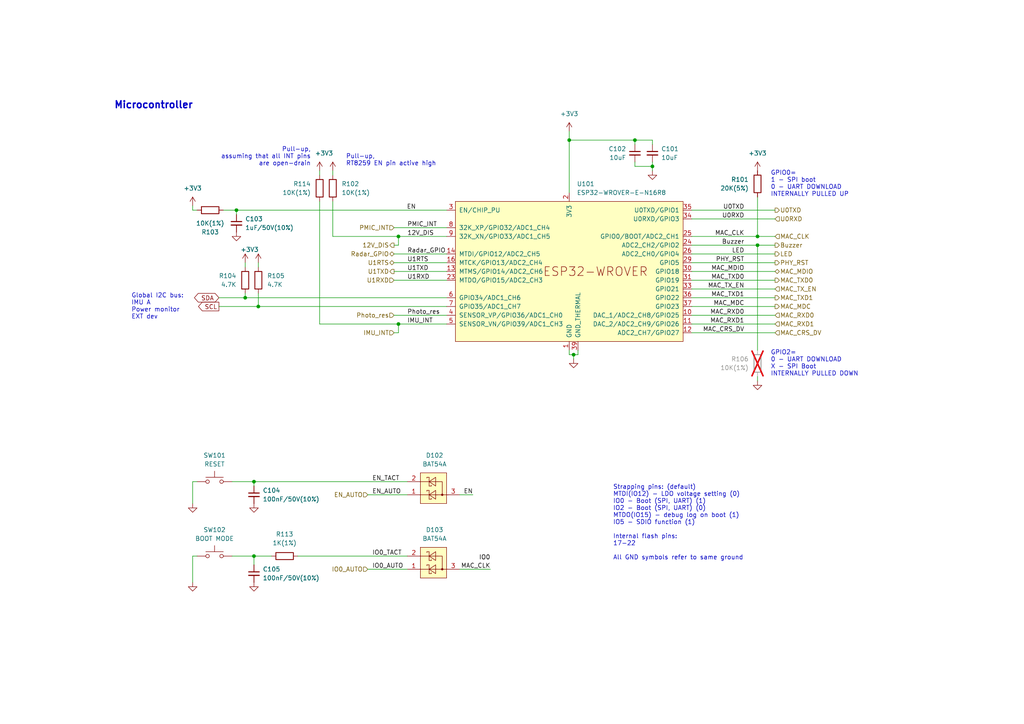
<source format=kicad_sch>
(kicad_sch (version 20230121) (generator eeschema)
  (paper "A4")
  (title_block (title "Radar Safety Sensor") (date "2023-12-20") (rev "Rev.: 1.0") (company "ALPS Electric Czech, s.r.o.") (comment 1 "Designed by Martin Tavoda"))
  (lib_symbols
    (symbol "Device:C_Small" (pin_numbers hide) (pin_names (offset 0.254) hide)
      (property "Reference" "C" (at 0.254 1.778 0))
      (property "Value" "C_Small" (at 0.254 -2.032 0))
      (symbol "C_Small_0_1"
        (polyline (pts (xy -1.524 -0.508) (xy 1.524 -0.508)) (stroke (width 0.3302)))
        (polyline (pts (xy -1.524 0.508) (xy 1.524 0.508)) (stroke (width 0.3048)))
      )
      (symbol "C_Small_1_1"
        (pin passive line (at 0 2.54 270) (length 2.032) (name "~") (number "1"))
        (pin passive line (at 0 -2.54 90) (length 2.032) (name "~") (number "2"))
      )
    )
    (symbol "Device:R" (pin_numbers hide) (pin_names (offset 0))
      (property "Reference" "R" (at 2.032 0 90))
      (property "Value" "R" (at 0 0 90))
      (symbol "R_0_1"
        (rectangle (start -1.016 -2.54) (end 1.016 2.54) (stroke (width 0.254)))
      )
      (symbol "R_1_1"
        (pin passive line (at 0 3.81 270) (length 1.27) (name "~") (number "1"))
        (pin passive line (at 0 -3.81 90) (length 1.27) (name "~") (number "2"))
      )
    )
    (symbol "Diode:BAT54A_edited" (pin_names (offset 1.016))
      (property "Reference" "D101" (at 0 7.62 0))
      (property "Value" "BAT54A_edited" (at 0 5.08 0))
      (symbol "BAT54A_edited_0_1"
        (polyline (pts (xy -3.81 -2.54) (xy -1.27 -2.54)))
        (polyline (pts (xy -3.81 1.27) (xy -1.27 1.27)))
        (polyline (pts (xy -1.905 -1.27) (xy -1.905 -1.524)))
        (polyline (pts (xy -1.905 2.54) (xy -1.905 2.286)))
        (polyline (pts (xy -1.27 -3.81) (xy -1.27 -1.27)))
        (polyline (pts (xy -1.27 -3.81) (xy -0.635 -3.81)))
        (polyline (pts (xy -1.27 -2.54) (xy 1.27 -2.54)))
        (polyline (pts (xy -1.27 -1.27) (xy -1.905 -1.27)))
        (polyline (pts (xy -1.27 0) (xy -1.27 2.54)))
        (polyline (pts (xy -1.27 0) (xy -0.635 0)))
        (polyline (pts (xy -1.27 2.54) (xy -1.905 2.54)))
        (polyline (pts (xy -0.635 -3.81) (xy -0.635 -3.556)))
        (polyline (pts (xy -0.635 0) (xy -0.635 0.254)))
        (polyline (pts (xy 0.635 -2.54) (xy 4.445 -2.54)))
        (polyline (pts (xy 1.27 1.27) (xy -1.27 1.27)))
        (polyline (pts (xy 0.635 -1.27) (xy 0.635 -3.81) (xy -1.27 -2.54) (xy 0.635 -1.27)))
        (polyline (pts (xy 0.635 2.54) (xy 0.635 0) (xy -1.27 1.27) (xy 0.635 2.54)))
        (circle (center 2.54 -2.54) (radius 0.254) (fill (type outline)))
      )
      (symbol "BAT54A_edited_1_1"
        (rectangle (start -3.81 3.81) (end 3.81 -5.08) (fill (type background)))
        (polyline (pts (xy 1.27 1.27) (xy 2.54 1.27) (xy 2.54 -2.54)))
        (pin passive line (at -7.62 -2.54 0) (length 3.81) (name "~") (number "1"))
        (pin passive line (at -7.62 1.27 0) (length 3.81) (name "~") (number "2"))
        (pin passive line (at 7.62 -2.54 180) (length 3.81) (name "~") (number "3"))
      )
    )
    (symbol "EspressIf:ESP32-WROVER-E" (pin_names (offset 1.016))
      (property "Reference" "U" (at -30.48 25.4 0))
      (property "Value" "ESP32-WROVER-E" (at -30.48 22.86 0))
      (symbol "ESP32-WROVER-E_0_1"
        (rectangle (start -33.02 20.32) (end 33.02 -20.32) (fill (type background)))
      )
      (symbol "ESP32-WROVER-E_1_1"
        (text "ESP32-­WROVER" (at 7.62 0 0) (effects (font (size 2.54 2.54))))
        (pin power_in line (at 0 -22.86 90) (length 2.54) (name "GND") (number "1"))
        (pin bidirectional line (at 35.56 -12.7 180) (length 2.54) (name "DAC_1/ADC2_CH8/GPIO25") (number "10"))
        (pin bidirectional line (at 35.56 -15.24 180) (length 2.54) (name "DAC_2/ADC2_CH9/GPIO26") (number "11"))
        (pin bidirectional line (at 35.56 -17.78 180) (length 2.54) (name "ADC2_CH7/GPIO27") (number "12"))
        (pin bidirectional line (at -35.56 0 0) (length 2.54) (name "MTMS/GPIO14/ADC2_CH6") (number "13"))
        (pin bidirectional line (at -35.56 5.08 0) (length 2.54) (name "MTDI/GPIO12/ADC2_CH5") (number "14"))
        (pin passive line (at 0 -22.86 90) (length 2.54) hide (name "GND") (number "15"))
        (pin bidirectional line (at -35.56 2.54 0) (length 2.54) (name "MTCK/GPIO13/ADC2_CH4") (number "16"))
        (pin power_in line (at 0 22.86 270) (length 2.54) (name "3V3") (number "2"))
        (pin bidirectional line (at -35.56 -2.54 0) (length 2.54) (name "MTDO/GPIO15/ADC2_CH3") (number "23"))
        (pin bidirectional line (at 35.56 7.62 180) (length 2.54) (name "ADC2_CH2/GPIO2") (number "24"))
        (pin bidirectional line (at 35.56 10.16 180) (length 2.54) (name "GPIO0/BOOT/ADC2_CH1") (number "25"))
        (pin bidirectional line (at 35.56 5.08 180) (length 2.54) (name "ADC2_CH0/GPIO4") (number "26"))
        (pin bidirectional line (at 35.56 2.54 180) (length 2.54) (name "GPIO5") (number "29"))
        (pin input line (at -35.56 17.78 0) (length 2.54) (name "EN/CHIP_PU") (number "3"))
        (pin bidirectional line (at 35.56 0 180) (length 2.54) (name "GPIO18") (number "30"))
        (pin bidirectional line (at 35.56 -2.54 180) (length 2.54) (name "GPIO19") (number "31"))
        (pin bidirectional line (at 35.56 -5.08 180) (length 2.54) (name "GPIO21") (number "33"))
        (pin bidirectional line (at 35.56 15.24 180) (length 2.54) (name "U0RXD/GPIO3") (number "34"))
        (pin bidirectional line (at 35.56 17.78 180) (length 2.54) (name "U0TXD/GPIO1") (number "35"))
        (pin bidirectional line (at 35.56 -7.62 180) (length 2.54) (name "GPIO22") (number "36"))
        (pin bidirectional line (at 35.56 -10.16 180) (length 2.54) (name "GPIO23") (number "37"))
        (pin passive line (at 0 -22.86 90) (length 2.54) hide (name "GND") (number "38"))
        (pin power_in line (at 2.54 -22.86 90) (length 2.54) (name "GND_THERMAL") (number "39"))
        (pin input line (at -35.56 -12.7 0) (length 2.54) (name "SENSOR_VP/GPIO36/ADC1_CH0") (number "4"))
        (pin input line (at -35.56 -15.24 0) (length 2.54) (name "SENSOR_VN/GPIO39/ADC1_CH3") (number "5"))
        (pin input line (at -35.56 -7.62 0) (length 2.54) (name "GPIO34/ADC1_CH6") (number "6"))
        (pin input line (at -35.56 -10.16 0) (length 2.54) (name "GPIO35/ADC1_CH7") (number "7"))
        (pin bidirectional line (at -35.56 12.7 0) (length 2.54) (name "32K_XP/GPIO32/ADC1_CH4") (number "8"))
        (pin bidirectional line (at -35.56 10.16 0) (length 2.54) (name "32K_XN/GPIO33/ADC1_CH5") (number "9"))
      )
    )
    (symbol "Switch:SW_Push" (pin_numbers hide) (pin_names (offset 1.016) hide)
      (property "Reference" "SW" (at 1.27 2.54 0))
      (property "Value" "SW_Push" (at 0 -1.524 0))
      (symbol "SW_Push_0_1"
        (circle (center -2.032 0) (radius 0.508))
        (polyline (pts (xy 0 1.27) (xy 0 3.048)))
        (polyline (pts (xy 2.54 1.27) (xy -2.54 1.27)))
        (circle (center 2.032 0) (radius 0.508))
        (pin passive line (at -5.08 0 0) (length 2.54) (name "1") (number "1"))
        (pin passive line (at 5.08 0 180) (length 2.54) (name "2") (number "2"))
      )
    )
    (symbol "power:+3V3" (power) (pin_names (offset 0))
      (property "Value" "+3V3" (at 0 3.556 0))
      (symbol "+3V3_0_1"
        (polyline (pts (xy -0.762 1.27) (xy 0 2.54)))
        (polyline (pts (xy 0 0) (xy 0 2.54)))
        (polyline (pts (xy 0 2.54) (xy 0.762 1.27)))
      )
      (symbol "+3V3_1_1"
        (pin power_in line (at 0 0 90) (length 0) hide (name "+3V3") (number "1"))
      )
    )
    (symbol "power:GND" (power) (pin_names (offset 0))
      (property "Value" "GND" (at 0 -3.81 0))
      (symbol "GND_0_1"
        (polyline (pts (xy 0 0) (xy 0 -1.27) (xy 1.27 -1.27) (xy 0 -2.54) (xy -1.27 -1.27) (xy 0 -1.27)))
      )
      (symbol "GND_1_1"
        (pin power_in line (at 0 0 270) (length 0) hide (name "GND") (number "1"))
      )
    )
  )
  (junction (at 165.1 40.64))
  (junction (at 115.57 68.58))
  (junction (at 73.66 161.29))
  (junction (at 166.37 102.87))
  (junction (at 219.71 68.58))
  (junction (at 115.57 93.98))
  (junction (at 68.58 60.96))
  (junction (at 219.71 71.12))
  (junction (at 189.23 48.26))
  (junction (at 71.12 86.36))
  (junction (at 74.93 88.9))
  (junction (at 73.66 139.7))
  (junction (at 184.15 40.64))
  (wire (pts (xy 63.5 88.9) (xy 74.93 88.9)))
  (wire (pts (xy 114.3 81.28) (xy 129.54 81.28)))
  (wire (pts (xy 219.71 110.49) (xy 219.71 109.22)))
  (wire (pts (xy 55.88 139.7) (xy 55.88 146.05)))
  (wire (pts (xy 200.66 91.44) (xy 224.79 91.44)))
  (wire (pts (xy 184.15 40.64) (xy 189.23 40.64)))
  (wire (pts (xy 114.3 66.04) (xy 129.54 66.04)))
  (wire (pts (xy 115.57 71.12) (xy 115.57 68.58)))
  (wire (pts (xy 114.3 73.66) (xy 129.54 73.66)))
  (wire (pts (xy 165.1 101.6) (xy 165.1 102.87)))
  (wire (pts (xy 96.52 49.53) (xy 96.52 50.8)))
  (wire (pts (xy 106.68 165.1) (xy 118.11 165.1)))
  (wire (pts (xy 55.88 161.29) (xy 57.15 161.29)))
  (wire (pts (xy 200.66 63.5) (xy 224.79 63.5)))
  (wire (pts (xy 184.15 40.64) (xy 165.1 40.64)))
  (wire (pts (xy 114.3 96.52) (xy 115.57 96.52)))
  (wire (pts (xy 55.88 161.29) (xy 55.88 168.91)))
  (wire (pts (xy 78.74 161.29) (xy 73.66 161.29)))
  (wire (pts (xy 219.71 71.12) (xy 224.79 71.12)))
  (wire (pts (xy 165.1 102.87) (xy 166.37 102.87)))
  (wire (pts (xy 189.23 46.99) (xy 189.23 48.26)))
  (wire (pts (xy 189.23 41.91) (xy 189.23 40.64)))
  (wire (pts (xy 114.3 78.74) (xy 129.54 78.74)))
  (wire (pts (xy 200.66 73.66) (xy 224.79 73.66)))
  (wire (pts (xy 184.15 40.64) (xy 184.15 41.91)))
  (wire (pts (xy 219.71 57.15) (xy 219.71 68.58)))
  (wire (pts (xy 63.5 86.36) (xy 71.12 86.36)))
  (wire (pts (xy 200.66 76.2) (xy 224.79 76.2)))
  (wire (pts (xy 68.58 62.23) (xy 68.58 60.96)))
  (wire (pts (xy 71.12 76.2) (xy 71.12 77.47)))
  (wire (pts (xy 200.66 68.58) (xy 219.71 68.58)))
  (wire (pts (xy 73.66 139.7) (xy 118.11 139.7)))
  (wire (pts (xy 68.58 60.96) (xy 129.54 60.96)))
  (wire (pts (xy 71.12 85.09) (xy 71.12 86.36)))
  (wire (pts (xy 189.23 48.26) (xy 189.23 49.53)))
  (wire (pts (xy 219.71 68.58) (xy 224.79 68.58)))
  (wire (pts (xy 200.66 86.36) (xy 224.79 86.36)))
  (wire (pts (xy 71.12 86.36) (xy 129.54 86.36)))
  (wire (pts (xy 114.3 76.2) (xy 129.54 76.2)))
  (wire (pts (xy 92.71 93.98) (xy 115.57 93.98)))
  (wire (pts (xy 142.24 165.1) (xy 133.35 165.1)))
  (wire (pts (xy 167.64 101.6) (xy 167.64 102.87)))
  (wire (pts (xy 219.71 71.12) (xy 219.71 101.6)))
  (wire (pts (xy 114.3 71.12) (xy 115.57 71.12)))
  (wire (pts (xy 67.31 161.29) (xy 73.66 161.29)))
  (wire (pts (xy 167.64 102.87) (xy 166.37 102.87)))
  (wire (pts (xy 74.93 88.9) (xy 129.54 88.9)))
  (wire (pts (xy 74.93 85.09) (xy 74.93 88.9)))
  (wire (pts (xy 165.1 40.64) (xy 165.1 55.88)))
  (wire (pts (xy 166.37 102.87) (xy 166.37 104.14)))
  (wire (pts (xy 184.15 46.99) (xy 184.15 48.26)))
  (wire (pts (xy 92.71 58.42) (xy 92.71 93.98)))
  (wire (pts (xy 96.52 68.58) (xy 115.57 68.58)))
  (wire (pts (xy 115.57 68.58) (xy 129.54 68.58)))
  (wire (pts (xy 200.66 71.12) (xy 219.71 71.12)))
  (wire (pts (xy 133.35 143.51) (xy 137.16 143.51)))
  (wire (pts (xy 115.57 96.52) (xy 115.57 93.98)))
  (wire (pts (xy 86.36 161.29) (xy 118.11 161.29)))
  (wire (pts (xy 200.66 78.74) (xy 224.79 78.74)))
  (wire (pts (xy 57.15 139.7) (xy 55.88 139.7)))
  (wire (pts (xy 115.57 93.98) (xy 129.54 93.98)))
  (wire (pts (xy 200.66 81.28) (xy 224.79 81.28)))
  (wire (pts (xy 67.31 139.7) (xy 73.66 139.7)))
  (wire (pts (xy 57.15 60.96) (xy 55.88 60.96)))
  (wire (pts (xy 200.66 83.82) (xy 224.79 83.82)))
  (wire (pts (xy 106.68 143.51) (xy 118.11 143.51)))
  (wire (pts (xy 73.66 139.7) (xy 73.66 140.97)))
  (wire (pts (xy 184.15 48.26) (xy 189.23 48.26)))
  (wire (pts (xy 165.1 38.1) (xy 165.1 40.64)))
  (wire (pts (xy 200.66 96.52) (xy 224.79 96.52)))
  (wire (pts (xy 74.93 76.2) (xy 74.93 77.47)))
  (wire (pts (xy 114.3 91.44) (xy 129.54 91.44)))
  (wire (pts (xy 92.71 49.53) (xy 92.71 50.8)))
  (wire (pts (xy 55.88 59.69) (xy 55.88 60.96)))
  (wire (pts (xy 64.77 60.96) (xy 68.58 60.96)))
  (wire (pts (xy 73.66 161.29) (xy 73.66 163.83)))
  (wire (pts (xy 200.66 93.98) (xy 224.79 93.98)))
  (wire (pts (xy 96.52 58.42) (xy 96.52 68.58)))
  (wire (pts (xy 200.66 88.9) (xy 224.79 88.9)))
  (wire (pts (xy 200.66 60.96) (xy 224.79 60.96)))
  (text "GPIO2=\n0 - UART DOWNLOAD\nX - SPI Boot\nINTERNALLY PULLED DOWN\n" (at 223.52 109.22 0) (effects (font (size 1.27 1.27)) (justify left bottom)))
  (text "Microcontroller" (at 33.02 31.75 0) (effects (font (size 2 2) (thickness 0.4) bold) (justify left bottom)))
  (text "Pull-up,\nRT8259 EN pin active high" (at 100.33 48.26 0) (effects (font (size 1.27 1.27)) (justify left bottom)))
  (text "GPIO0=\n1 - SPI boot\n0 - UART DOWNLOAD\nINTERNALLY PULLED UP" (at 223.52 57.15 0) (effects (font (size 1.27 1.27)) (justify left bottom)))
  (text "Global I2C bus:\nIMU A\nPower monitor\nEXT dev" (at 38.1 92.71 0) (effects (font (size 1.27 1.27)) (justify left bottom)))
  (text "IO0" (at 142.24 162.56 0) (effects (font (size 1.27 1.27)) (justify right bottom)))
  (text "Strapping pins: (default)\nMTDI(IO12) - LDO voltage setting (0)\nIO0 - Boot (SPI, UART) (1)\nIO2 - Boot (SPI, UART) (0)\nMTDO(IO15) - debug log on boot (1)\nIO5 - SDIO function (1)\n\nInternal flash pins:\n17-22\n\nAll GND symbols refer to same ground\n" (at 177.8 162.56 0) (effects (font (size 1.27 1.27)) (justify left bottom)))
  (text "Pull-up,\nassuming that all INT pins\nare open-drain" (at 90.17 48.26 0) (effects (font (size 1.27 1.27)) (justify right bottom)))
  (label "12V_DIS" (at 118.11 68.58 0))
  (label "PHY_RST" (at 215.9 76.2 180))
  (label "MAC_CRS_DV" (at 215.9 96.52 180))
  (label "U0TXD" (at 215.9 60.96 180))
  (label "Radar_GPIO" (at 118.11 73.66 0))
  (label "MAC_RXD0" (at 215.9 91.44 180))
  (label "PMIC_INT" (at 118.11 66.04 0))
  (label "Buzzer" (at 215.9 71.12 180))
  (label "U1RTS" (at 118.11 76.2 0))
  (label "EN" (at 120.65 60.96 180))
  (label "MAC_MDIO" (at 215.9 78.74 180))
  (label "U0RXD" (at 215.9 63.5 180))
  (label "MAC_TX_EN" (at 215.9 83.82 180))
  (label "MAC_TXD0" (at 215.9 81.28 180))
  (label "MAC_MDC" (at 215.9 88.9 180))
  (label "MAC_RXD1" (at 215.9 93.98 180))
  (label "EN_AUTO" (at 107.95 143.51 0))
  (label "MAC_TXD1" (at 215.9 86.36 180))
  (label "EN_TACT" (at 107.95 139.7 0))
  (label "MAC_CLK" (at 215.9 68.58 180))
  (label "LED" (at 215.9 73.66 180))
  (label "Photo_res" (at 118.11 91.44 0))
  (label "IMU_INT" (at 118.11 93.98 0))
  (label "IO0_AUTO" (at 107.95 165.1 0))
  (label "MAC_CLK" (at 142.24 165.1 180))
  (label "U1RXD" (at 118.11 81.28 0))
  (label "EN" (at 137.16 143.51 180))
  (label "U1TXD" (at 118.11 78.74 0))
  (label "IO0_TACT" (at 107.95 161.29 0))
  (global_label "SDA" (shape bidirectional) (at 63.5 86.36 180) (property "Intersheetrefs" "${INTERSHEET_REFS}" (effects hide)))
  (global_label "SCL" (shape output) (at 63.5 88.9 180) (property "Intersheetrefs" "${INTERSHEET_REFS}" (effects hide)))
  (hierarchical_label "MAC_MDIO" (shape bidirectional) (at 224.79 78.74 0))
  (hierarchical_label "MAC_TXD1" (shape output) (at 224.79 86.36 0))
  (hierarchical_label "U0TXD" (shape output) (at 224.79 60.96 0))
  (hierarchical_label "PHY_RST" (shape output) (at 224.79 76.2 0))
  (hierarchical_label "MAC_CRS_DV" (shape input) (at 224.79 96.52 0))
  (hierarchical_label "MAC_TX_EN" (shape input) (at 224.79 83.82 0))
  (hierarchical_label "MAC_CLK" (shape input) (at 224.79 68.58 0))
  (hierarchical_label "PMIC_INT" (shape input) (at 114.3 66.04 180))
  (hierarchical_label "U1RXD" (shape input) (at 114.3 81.28 180))
  (hierarchical_label "MAC_RXD1" (shape input) (at 224.79 93.98 0))
  (hierarchical_label "U0RXD" (shape input) (at 224.79 63.5 0))
  (hierarchical_label "MAC_RXD0" (shape input) (at 224.79 91.44 0))
  (hierarchical_label "12V_DIS" (shape output) (at 114.3 71.12 180))
  (hierarchical_label "U1TXD" (shape output) (at 114.3 78.74 180))
  (hierarchical_label "MAC_MDC" (shape output) (at 224.79 88.9 0))
  (hierarchical_label "U1RTS" (shape bidirectional) (at 114.3 76.2 180))
  (hierarchical_label "LED" (shape output) (at 224.79 73.66 0))
  (hierarchical_label "Radar_GPIO" (shape bidirectional) (at 114.3 73.66 180))
  (hierarchical_label "EN_AUTO" (shape input) (at 106.68 143.51 180))
  (hierarchical_label "IO0_AUTO" (shape input) (at 106.68 165.1 180))
  (hierarchical_label "Buzzer" (shape output) (at 224.79 71.12 0))
  (hierarchical_label "IMU_INT" (shape input) (at 114.3 96.52 180))
  (hierarchical_label "MAC_TXD0" (shape output) (at 224.79 81.28 0))
  (hierarchical_label "Photo_res" (shape input) (at 114.3 91.44 180))
  (symbol (lib_id "Device:R") (at 219.71 53.34 0) (mirror y) (unit 1)
    (property "Reference" "R101" (at 217.17 52.07 0) (effects (justify left)))
    (property "Value" "20K(5%)" (at 217.17 54.61 0) (effects (justify left)))
    (property "Footprint" "Resistor_SMD:R_0603_1608Metric" (effects hide))
    (property "LCSC" "C4184" (effects hide))
    (instances (project "CycloRadarDemoKit" (path "" (reference "R101") (unit 1)) (path "" (reference "R801") (unit 1))))
  )
  (symbol (lib_id "Device:R") (at 60.96 60.96 90) (mirror x) (unit 1)
    (property "Reference" "R103" (at 60.96 67.31 90))
    (property "Value" "10K(1%)" (at 60.96 64.77 90))
    (property "Footprint" "Resistor_SMD:R_0603_1608Metric" (effects hide))
    (property "LCSC" "C25804" (effects hide))
    (instances (project "CycloRadarDemoKit" (path "" (reference "R103") (unit 1)) (path "" (reference "R804") (unit 1))))
  )
  (symbol (lib_id "Device:R") (at 74.93 81.28 180) (unit 1)
    (property "Reference" "R105" (at 77.47 80.01 0) (effects (justify right)))
    (property "Value" "4.7K" (at 77.47 82.55 0) (effects (justify right)))
    (property "Footprint" "Resistor_SMD:R_0603_1608Metric" (effects hide))
    (property "LCSC" "C23162" (effects hide))
    (instances (project "CycloRadarDemoKit" (path "" (reference "R105") (unit 1)) (path "" (reference "R806") (unit 1))))
  )
  (symbol (lib_id "power:GND") (at 55.88 146.05 0) (unit 1)
    (property "Reference" "#PWR0119" (effects hide))
    (property "Value" "GND" (effects hide))
    (instances (project "CycloRadarDemoKit" (path "" (reference "#PWR0119") (unit 1)) (path "" (reference "#PWR0812") (unit 1))))
  )
  (symbol (lib_id "Device:C_Small") (at 73.66 143.51 0) (unit 1)
    (property "Reference" "C104" (at 76.2 142.2463 0) (effects (justify left)))
    (property "Value" "100nF/50V(10%)" (at 76.2 144.7863 0) (effects (justify left)))
    (property "Footprint" "Capacitor_SMD:C_0603_1608Metric" (effects hide))
    (property "LCSC" "C14663" (effects hide))
    (instances (project "CycloRadarDemoKit" (path "" (reference "C104") (unit 1)) (path "" (reference "C804") (unit 1))))
  )
  (symbol (lib_id "power:+3V3") (at 96.52 49.53 0) (unit 1)
    (property "Reference" "#PWR0103" (effects hide))
    (property "Value" "+3V3" (effects hide))
    (instances (project "CycloRadarDemoKit" (path "" (reference "#PWR0103") (unit 1)) (path "" (reference "#PWR0803") (unit 1))))
  )
  (symbol (lib_id "power:+3V3") (at 55.88 59.69 0) (unit 1)
    (property "Reference" "#PWR0105" (effects hide))
    (property "Value" "+3V3" (at 55.88 54.61 0))
    (instances (project "CycloRadarDemoKit" (path "" (reference "#PWR0105") (unit 1)) (path "" (reference "#PWR0806") (unit 1))))
  )
  (symbol (lib_id "power:+3V3") (at 71.12 76.2 0) (unit 1)
    (property "Reference" "#PWR0107" (effects hide))
    (property "Value" "+3V3" (at 72.39 72.39 0))
    (instances (project "CycloRadarDemoKit" (path "" (reference "#PWR0107") (unit 1)) (path "" (reference "#PWR0808") (unit 1))))
  )
  (symbol (lib_id "Device:R") (at 71.12 81.28 0) (mirror x) (unit 1)
    (property "Reference" "R104" (at 68.58 80.01 0) (effects (justify right)))
    (property "Value" "4.7K" (at 68.58 82.55 0) (effects (justify right)))
    (property "Footprint" "Resistor_SMD:R_0603_1608Metric" (effects hide))
    (property "LCSC" "C23162" (effects hide))
    (instances (project "CycloRadarDemoKit" (path "" (reference "R104") (unit 1)) (path "" (reference "R805") (unit 1))))
  )
  (symbol (lib_id "Device:R") (at 96.52 54.61 180) (unit 1)
    (property "Reference" "R102" (at 99.06 53.34 0) (effects (justify right)))
    (property "Value" "10K(1%)" (at 99.06 55.88 0) (effects (justify right)))
    (property "Footprint" "Resistor_SMD:R_0603_1608Metric" (effects hide))
    (property "LCSC" "C25804" (effects hide))
    (instances (project "CycloRadarDemoKit" (path "" (reference "R102") (unit 1)) (path "" (reference "R803") (unit 1))))
  )
  (symbol (lib_id "power:+3V3") (at 165.1 38.1 0) (unit 1)
    (property "Reference" "#PWR0101" (effects hide))
    (property "Value" "+3V3" (at 165.1 33.02 0))
    (instances (project "CycloRadarDemoKit" (path "" (reference "#PWR0101") (unit 1)) (path "" (reference "#PWR0801") (unit 1))))
  )
  (symbol (lib_id "EspressIf:ESP32-WROVER-E") (at 165.1 78.74 0) (unit 1)
    (property "Reference" "U101" (at 167.2941 53.34 0) (effects (justify left)))
    (property "Value" "ESP32-WROVER-E-N16R8" (at 167.2941 55.88 0) (effects (justify left)))
    (property "Footprint" "Espressif:ESP32-WROVER-E_ThermalVias" (effects hide))
    (property "Datasheet" "https://www.espressif.com/sites/default/files/documentation/esp32-wrover-e_esp32-wrover-ie_datasheet_en.pdf" (effects hide))
    (property "LCSC" "C529589" (effects hide))
    (instances (project "CycloRadarDemoKit" (path "" (reference "U101") (unit 1)) (path "" (reference "U801") (unit 1))))
  )
  (symbol (lib_id "Device:C_Small") (at 73.66 166.37 0) (unit 1)
    (property "Reference" "C105" (at 76.2 165.1063 0) (effects (justify left)))
    (property "Value" "100nF/50V(10%)" (at 76.2 167.6463 0) (effects (justify left)))
    (property "Footprint" "Capacitor_SMD:C_0603_1608Metric" (effects hide))
    (property "LCSC" "C14663" (effects hide))
    (instances (project "CycloRadarDemoKit" (path "" (reference "C105") (unit 1)) (path "" (reference "C805") (unit 1))))
  )
  (symbol (lib_id "Switch:SW_Push") (at 62.23 139.7 0) (unit 1)
    (property "Reference" "SW101" (at 62.23 132.08 0))
    (property "Value" "RESET" (at 62.23 134.62 0))
    (property "Footprint" "Button_Switch_SMD:SW_SPST_TS-1088R" (effects hide))
    (property "LCSC" "C455280" (effects hide))
    (instances (project "CycloRadarDemoKit" (path "" (reference "SW101") (unit 1)) (path "" (reference "SW801") (unit 1))))
  )
  (symbol (lib_id "Switch:SW_Push") (at 62.23 161.29 0) (unit 1)
    (property "Reference" "SW102" (at 62.23 153.67 0))
    (property "Value" "BOOT MODE" (at 62.23 156.21 0))
    (property "Footprint" "Button_Switch_SMD:SW_SPST_TS-1088R" (effects hide))
    (property "LCSC" "C455280" (effects hide))
    (instances (project "CycloRadarDemoKit" (path "" (reference "SW102") (unit 1)) (path "" (reference "SW802") (unit 1))))
  )
  (symbol (lib_id "power:GND") (at 189.23 49.53 0) (mirror y) (unit 1)
    (property "Reference" "#PWR0104" (effects hide))
    (property "Value" "GND" (effects hide))
    (instances (project "CycloRadarDemoKit" (path "" (reference "#PWR0104") (unit 1)) (path "" (reference "#PWR0804") (unit 1))))
  )
  (symbol (lib_id "power:GND") (at 68.58 67.31 0) (unit 1)
    (property "Reference" "#PWR0106" (effects hide))
    (property "Value" "GND" (effects hide))
    (instances (project "CycloRadarDemoKit" (path "" (reference "#PWR0106") (unit 1)) (path "" (reference "#PWR0807") (unit 1))))
  )
  (symbol (lib_id "Device:C_Small") (at 68.58 64.77 0) (unit 1)
    (property "Reference" "C103" (at 71.12 63.5063 0) (effects (justify left)))
    (property "Value" "1uF/50V(10%)" (at 71.12 66.0463 0) (effects (justify left)))
    (property "Footprint" "Capacitor_SMD:C_0603_1608Metric" (effects hide))
    (property "LCSC" "C15849" (effects hide))
    (instances (project "CycloRadarDemoKit" (path "" (reference "C103") (unit 1)) (path "" (reference "C803") (unit 1))))
  )
  (symbol (lib_id "Device:R") (at 219.71 105.41 0) (mirror y) (unit 1) (dnp yes)
    (property "Reference" "R106" (at 217.17 104.14 0) (effects (justify left)))
    (property "Value" "10K(1%)" (at 217.17 106.68 0) (effects (justify left)))
    (property "Footprint" "Resistor_SMD:R_0603_1608Metric" (effects hide))
    (property "LCSC" "C25804" (effects hide))
    (instances (project "CycloRadarDemoKit" (path "" (reference "R106") (unit 1)) (path "" (reference "R807") (unit 1))))
  )
  (symbol (lib_id "Diode:BAT54A_edited") (at 125.73 162.56 0) (unit 1)
    (property "Reference" "D103" (at 126.0475 153.67 0))
    (property "Value" "BAT54A" (at 126.0475 156.21 0))
    (property "Footprint" "Package_TO_SOT_SMD:SOT-23" (effects hide))
    (property "Datasheet" "https://datasheet.lcsc.com/lcsc/2304140030_STMicroelectronics-BAT54AFILM_C283256.pdf" (effects hide))
    (property "LCSC" "C283256" (effects hide))
    (instances (project "CycloRadarDemoKit" (path "" (reference "D103") (unit 1)) (path "" (reference "D802") (unit 1))))
  )
  (symbol (lib_id "Diode:BAT54A_edited") (at 125.73 140.97 0) (unit 1)
    (property "Reference" "D102" (at 126.0475 132.08 0))
    (property "Value" "BAT54A" (at 126.0475 134.62 0))
    (property "Footprint" "Package_TO_SOT_SMD:SOT-23" (effects hide))
    (property "Datasheet" "https://datasheet.lcsc.com/lcsc/2304140030_STMicroelectronics-BAT54AFILM_C283256.pdf" (effects hide))
    (property "LCSC" "C283256" (effects hide))
    (instances (project "CycloRadarDemoKit" (path "" (reference "D102") (unit 1)) (path "" (reference "D801") (unit 1))))
  )
  (symbol (lib_id "power:GND") (at 55.88 168.91 0) (unit 1)
    (property "Reference" "#PWR0121" (effects hide))
    (property "Value" "GND" (effects hide))
    (instances (project "CycloRadarDemoKit" (path "" (reference "#PWR0121") (unit 1)) (path "" (reference "#PWR0814") (unit 1))))
  )
  (symbol (lib_id "Device:C_Small") (at 189.23 44.45 0) (unit 1)
    (property "Reference" "C101" (at 191.77 43.1863 0) (effects (justify left)))
    (property "Value" "10uF" (at 191.77 45.7263 0) (effects (justify left)))
    (property "Footprint" "Capacitor_SMD:C_0603_1608Metric" (effects hide))
    (property "LCSC" "C19702" (effects hide))
    (instances (project "CycloRadarDemoKit" (path "" (reference "C101") (unit 1)) (path "" (reference "C802") (unit 1))))
  )
  (symbol (lib_id "power:+3V3") (at 219.71 49.53 0) (unit 1)
    (property "Reference" "#PWR0102" (effects hide))
    (property "Value" "+3V3" (at 219.71 44.45 0))
    (instances (project "CycloRadarDemoKit" (path "" (reference "#PWR0102") (unit 1)) (path "" (reference "#PWR0805") (unit 1))))
  )
  (symbol (lib_id "power:GND") (at 166.37 104.14 0) (unit 1)
    (property "Reference" "#PWR0111" (effects hide))
    (property "Value" "GND" (effects hide))
    (instances (project "CycloRadarDemoKit" (path "" (reference "#PWR0111") (unit 1)) (path "" (reference "#PWR0810") (unit 1))))
  )
  (symbol (lib_id "power:GND") (at 73.66 168.91 0) (unit 1)
    (property "Reference" "#PWR0122" (effects hide))
    (property "Value" "GND" (effects hide))
    (instances (project "CycloRadarDemoKit" (path "" (reference "#PWR0122") (unit 1)) (path "" (reference "#PWR0815") (unit 1))))
  )
  (symbol (lib_id "Device:C_Small") (at 184.15 44.45 0) (mirror y) (unit 1)
    (property "Reference" "C102" (at 181.61 43.1863 0) (effects (justify left)))
    (property "Value" "10uF" (at 181.61 45.7263 0) (effects (justify left)))
    (property "Footprint" "Capacitor_SMD:C_0603_1608Metric" (effects hide))
    (property "LCSC" "C19702" (effects hide))
    (instances (project "CycloRadarDemoKit" (path "" (reference "C102") (unit 1)) (path "" (reference "C801") (unit 1))))
  )
  (symbol (lib_id "power:+3V3") (at 92.71 49.53 0) (mirror y) (unit 1)
    (property "Reference" "#PWR0123" (effects hide))
    (property "Value" "+3V3" (at 93.98 44.45 0))
    (instances (project "CycloRadarDemoKit" (path "" (reference "#PWR0123") (unit 1)) (path "" (reference "#PWR0802") (unit 1))))
  )
  (symbol (lib_id "Device:R") (at 92.71 54.61 0) (mirror x) (unit 1)
    (property "Reference" "R114" (at 90.17 53.34 0) (effects (justify right)))
    (property "Value" "10K(1%)" (at 90.17 55.88 0) (effects (justify right)))
    (property "Footprint" "Resistor_SMD:R_0603_1608Metric" (effects hide))
    (property "LCSC" "C25804" (effects hide))
    (instances (project "CycloRadarDemoKit" (path "" (reference "R114") (unit 1)) (path "" (reference "R802") (unit 1))))
  )
  (symbol (lib_id "power:GND") (at 73.66 146.05 0) (unit 1)
    (property "Reference" "#PWR0120" (effects hide))
    (property "Value" "GND" (effects hide))
    (instances (project "CycloRadarDemoKit" (path "" (reference "#PWR0120") (unit 1)) (path "" (reference "#PWR0813") (unit 1))))
  )
  (symbol (lib_id "Device:R") (at 82.55 161.29 90) (unit 1)
    (property "Reference" "R113" (at 82.55 154.94 90))
    (property "Value" "1K(1%)" (at 82.55 157.48 90))
    (property "Footprint" "Resistor_SMD:R_0603_1608Metric" (effects hide))
    (property "LCSC" "C21190" (effects hide))
    (instances (project "CycloRadarDemoKit" (path "" (reference "R113") (unit 1)) (path "" (reference "R808") (unit 1))))
  )
  (symbol (lib_id "power:GND") (at 219.71 110.49 0) (unit 1)
    (property "Reference" "#PWR0112" (effects hide))
    (property "Value" "GND" (effects hide))
    (instances (project "CycloRadarDemoKit" (path "" (reference "#PWR0112") (unit 1)) (path "" (reference "#PWR0811") (unit 1))))
  )
  (symbol (lib_id "power:+3V3") (at 74.93 76.2 0) (unit 1)
    (property "Reference" "#PWR0108" (effects hide))
    (property "Value" "+3V3" (effects hide))
    (instances (project "CycloRadarDemoKit" (path "" (reference "#PWR0108") (unit 1)) (path "" (reference "#PWR0809") (unit 1))))
  )
)
</source>
